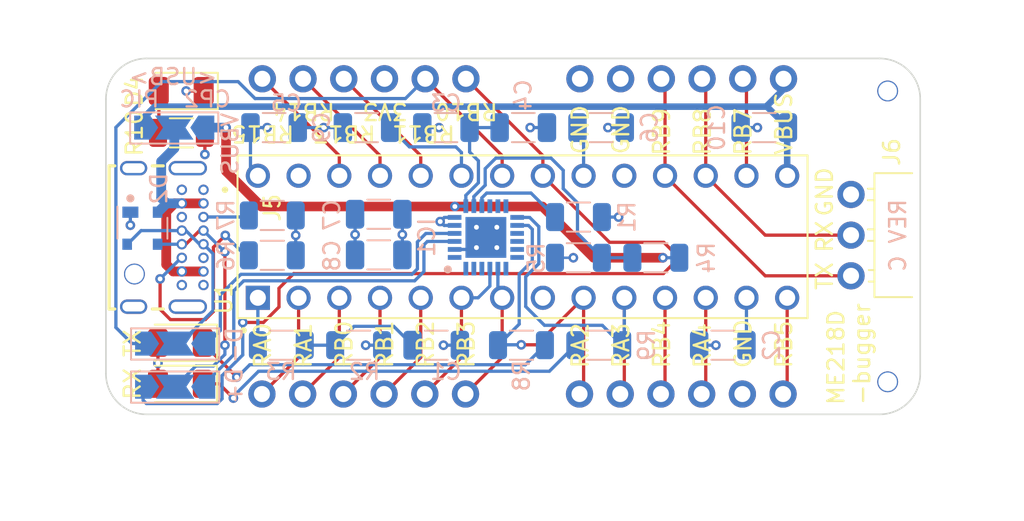
<source format=kicad_pcb>
(kicad_pcb (version 20211014) (generator pcbnew)
  (layers (0 "F.Cu" signal) (1 "In1.Cu" signal) (2 "In2.Cu" signal) (31 "B.Cu" signal) (34 "B.Paste" user) (35 "F.Paste" user) (36 "B.SilkS" user "B.Silkscreen") (37 "F.SilkS" user "F.Silkscreen") (38 "B.Mask" user) (39 "F.Mask" user) (44 "Edge.Cuts" user))
  (net 0 "")
  (net 1 "Net-(C1-Pad1)")
  (net 2 "GNDREF")
  (net 3 "+3V3")
  (net 4 "+5V")
  (net 5 "Net-(C6-Pad1)")
  (net 6 "Net-(D1-Pad1)")
  (net 7 "Net-(D3-Pad1)")
  (net 8 "Net-(D4-Pad2)")
  (net 9 "/PIC32/RA0")
  (net 10 "/PIC32/RA1")
  (net 11 "/PIC32/RB0")
  (net 12 "/PIC32/RB1")
  (net 13 "/PIC32/RB4")
  (net 14 "/PIC32/RA4")
  (net 15 "/PIC32/RB5")
  (net 16 "/PIC32/RB15")
  (net 17 "/PIC32/RB14")
  (net 18 "/PIC32/RB13")
  (net 19 "/RB11{slash}D-_PIC")
  (net 20 "/RB10{slash}D+_PIC")
  (net 21 "/PIC32/RB7")
  (net 22 "/PIC32/RB9{slash}TX_TGT")
  (net 23 "/PIC32/RB8{slash}RX_TGT")
  (net 24 "Net-(IC1-Pad9)")
  (net 25 "/PIC32/~{MCLR}")
  (net 26 "Net-(J5-PadB5)")
  (net 27 "Net-(J5-PadA5)")
  (net 42 "/VBUS_PIC")
  (net 43 "/D+")
  (net 44 "/D-")
  (net 45 "/D+_CP2102N")
  (net 46 "/D-_CP2102N")
  (net 47 "/VREGIN_CP2102N")
  (net 48 "/CP2102N/VBUS")
  (net 49 "/CP2102N/RXD")
  (net 50 "/CP2102N/TXD")
  (net 51 "/RA2{slash}TXT_PIC")
  (net 52 "/RA3{slash}RXT_PIC")
  (footprint "Connector_PinSocket_2.54mm:PinSocket_1x06_P2.54mm_Vertical" (layer "F.Cu") (at 129.1122 104.775 90)
    (fp_text reference "J1" hide)
    (fp_text value "Conn_01x06")
  )
  (footprint "Connector_PinSocket_2.54mm:PinSocket_1x06_P2.54mm_Vertical" (layer "F.Cu") (at 129.1372 85.09 90)
    (fp_text reference "J3" hide)
    (fp_text value "Conn_01x06")
  )
  (footprint "Resistor_SMD:R_1206_3216Metric" (layer "F.Cu") (at 124.0897 88.4682 180)
    (fp_text reference "R10")
    (fp_text value "620")
  )
  (footprint "LED_SMD:LED_1206_3216Metric" (layer "F.Cu") (at 124.0252 101.5746 180)
    (fp_text reference "D1" hide)
    (fp_text value "LED")
  )
  (footprint "Connector_PinSocket_2.54mm:PinSocket_1x03_P2.54mm_Horizontal" (layer "F.Cu") (at 165.862 97.394 180)
    (fp_text reference "J6")
    (fp_text value "Serial_Connector")
  )
  (footprint "Connector_PinSocket_2.54mm:PinSocket_1x06_P2.54mm_Vertical" (layer "F.Cu") (at 148.9492 85.09 90)
    (fp_text reference "J4" hide)
    (fp_text value "Conn_01x06")
  )
  (footprint "Connector_PinSocket_2.54mm:PinSocket_1x06_P2.54mm_Vertical" (layer "F.Cu") (at 148.9242 104.775 90)
    (fp_text reference "J2" hide)
    (fp_text value "Conn_01x06")
  )
  (footprint "footprints:D" (layer "F.Cu") (at 166.497 104.902 90)
    (fp_text reference "REF**" hide)
    (fp_text value "D")
  )
  (footprint "LED_SMD:LED_1206_3216Metric" (layer "F.Cu") (at 124.0252 104.14 180)
    (fp_text reference "D3" hide)
    (fp_text value "LED")
  )
  (footprint "LED_SMD:LED_1206_3216Metric" (layer "F.Cu") (at 124.076 85.852 180)
    (fp_text reference "D4")
    (fp_text value "GREEN LED")
  )
  (footprint "USB4085-GF-A_REVA4:GCT_USB4085-GF-A_REVA4" (layer "F.Cu") (at 121.1994 94.996 -90)
    (fp_text reference "J5")
    (fp_text value "USB4085-GF-A_REVA4")
  )
  (footprint "footprints:OST_ED281DT" (layer "F.Cu") (at 145.3682 94.9545 90)
    (fp_text reference "U1")
    (fp_text value "PIC32MX270F256B-I50")
  )
  (footprint "Resistor_SMD:R_1206_3216Metric" (layer "B.Cu") (at 153.6847 96.266 180)
    (fp_text reference "R4")
    (fp_text value "22K")
  )
  (footprint "CP2102N-A02-GQFN24:QFN50P400X400X80-25N" (layer "B.Cu") (at 143.0822 94.996)
    (fp_text reference "IC1")
    (fp_text value "CP2102N-A02-GQFN24")
  )
  (footprint "Resistor_SMD:R_1206_3216Metric" (layer "B.Cu") (at 148.8587 93.726 180)
    (fp_text reference "R1")
    (fp_text value "1K")
  )
  (footprint "Capacitor_SMD:C_1206_3216Metric" (layer "B.Cu") (at 145.4172 88.138)
    (fp_text reference "C4")
    (fp_text value "0.1uF")
  )
  (footprint "footprints:JLCPCB_Tooling_Hole" (layer "B.Cu") (at 168.148 85.852 180)
    (fp_text reference "H3" hide)
    (fp_text value "ToolingHole")
  )
  (footprint "Resistor_SMD:R_1206_3216Metric" (layer "B.Cu") (at 129.7579 93.6244)
    (fp_text reference "R7")
    (fp_text value "5.1K")
  )
  (footprint "Resistor_SMD:R_1206_3216Metric" (layer "B.Cu") (at 145.3027 101.727 180)
    (fp_text reference "R8")
    (fp_text value "620")
  )
  (footprint "Resistor_SMD:R_1206_3216Metric" (layer "B.Cu") (at 129.7579 96.1136)
    (fp_text reference "R6")
    (fp_text value "5.1K")
  )
  (footprint "Resistor_SMD:R_1206_3216Metric" (layer "B.Cu") (at 135.1427 101.727 180)
    (fp_text reference "R2")
    (fp_text value "10K")
  )
  (footprint "footprints:JLCPCB_Tooling_Hole" (layer "B.Cu") (at 168.148 104.013 180)
    (fp_text reference "H2" hide)
    (fp_text value "ToolingHole")
  )
  (footprint "Package_TO_SOT_SMD:SOT-143" (layer "B.Cu") (at 121.654 94.4212 -90)
    (fp_text reference "D2")
    (fp_text value "SP0503BAHT")
  )
  (footprint "Jumper:SolderJumper-3_P2.0mm_Open_TrianglePad1.0x1.5mm_NumberLabels" (layer "B.Cu") (at 123.698 104.3178)
    (fp_text reference "JP2" hide)
    (fp_text value "SolderJumper_3_Open")
  )
  (footprint "Capacitor_SMD:C_1206_3216Metric" (layer "B.Cu") (at 136.398 96.0882 180)
    (fp_text reference "C8")
    (fp_text value "0.1uF")
  )
  (footprint "Capacitor_SMD:C_1206_3216Metric" (layer "B.Cu") (at 136.398 93.5482 180)
    (fp_text reference "C7")
    (fp_text value "4.7uF")
  )
  (footprint "Resistor_SMD:R_1206_3216Metric" (layer "B.Cu") (at 148.8547 96.266 180)
    (fp_text reference "R5")
    (fp_text value "47K")
  )
  (footprint "Jumper:SolderJumper-3_P2.0mm_Open_TrianglePad1.0x1.5mm_NumberLabels" (layer "B.Cu") (at 123.698 101.6254)
    (fp_text reference "JP3" hide)
    (fp_text value "SolderJumper_3_Open")
  )
  (footprint "Resistor_SMD:R_1206_3216Metric" (layer "B.Cu") (at 150.1247 101.727)
    (fp_text reference "R9")
    (fp_text value "620")
  )
  (footprint "footprints:JLCPCB_Tooling_Hole" (layer "B.Cu") (at 121.158 97.282 180)
    (fp_text reference "H1" hide)
    (fp_text value "ToolingHole")
  )
  (footprint "Capacitor_SMD:C_1206_3216Metric" (layer "B.Cu") (at 157.8632 101.727)
    (fp_text reference "C2")
    (fp_text value "0.1uF")
  )
  (footprint "Capacitor_SMD:C_1206_3216Metric" (layer "B.Cu") (at 135.636 88.138 180)
    (fp_text reference "C9")
    (fp_text value "0.1uF")
  )
  (footprint "Capacitor_SMD:C_1206_3216Metric" (layer "B.Cu") (at 150.2722 88.138)
    (fp_text reference "C6")
    (fp_text value "10uF")
  )
  (footprint "Capacitor_SMD:C_1206_3216Metric" (layer "B.Cu") (at 140.5912 88.138 180)
    (fp_text reference "C3")
    (fp_text value "4.7uF")
  )
  (footprint "Resistor_SMD:R_1206_3216Metric" (layer "B.Cu") (at 130.3207 101.727 180)
    (fp_text reference "R3")
    (fp_text value "1K")
  )
  (footprint "Jumper:SolderJumper-3_P2.0mm_Open_TrianglePad1.0x1.5mm_NumberLabels" (layer "B.Cu") (at 123.641 88.138)
    (fp_text reference "JP1" hide)
    (fp_text value "SolderJumper_3_Open")
  )
  (footprint "Capacitor_SMD:C_1206_3216Metric" (layer "B.Cu") (at 139.9852 101.727)
    (fp_text reference "C1")
    (fp_text value "0.1uF")
  )
  (footprint "Capacitor_SMD:C_1206_3216Metric" (layer "B.Cu") (at 160.45 88.138 180)
    (fp_text reference "C10")
    (fp_text value "4.7uF")
  )
  (footprint "Capacitor_SMD:C_1206_3216Metric" (layer "B.Cu") (at 129.872 88.138)
    (fp_text reference "C5")
    (fp_text value "0.1uF")
  )
  (gr_circle (center 120.904 92.5576) (end 121.0818 92.5576) (layer "B.SilkS") (width 0.15) (fill solid))
  (gr_arc (start 170.18 103.505) (mid 169.436051 105.301051) (end 167.64 106.045) (layer "Edge.Cuts") (width 0.1))
  (gr_arc (start 119.38 86.36) (mid 120.123949 84.563949) (end 121.92 83.82) (layer "Edge.Cuts") (width 0.1))
  (gr_line (start 121.92 83.82) (end 167.64 83.82) (layer "Edge.Cuts") (width 0.1))
  (gr_arc (start 167.64 83.82) (mid 169.436051 84.563949) (end 170.18 86.36) (layer "Edge.Cuts") (width 0.1))
  (gr_line (start 119.38 103.505) (end 119.38 86.36) (layer "Edge.Cuts") (width 0.1))
  (gr_line (start 167.64 106.045) (end 121.92 106.045) (layer "Edge.Cuts") (width 0.1))
  (gr_arc (start 121.92 106.045) (mid 120.123949 105.301051) (end 119.38 103.505) (layer "Edge.Cuts") (width 0.1))
  (gr_line (start 170.18 86.36) (end 170.18 103.505) (layer "Edge.Cuts") (width 0.1))
  (gr_text "D+" (at 127.381 104.267 90) (layer "B.SilkS") (effects (font (size 1 1)) (justify mirror)))
  (gr_text "CP2  PIC" (at 123.698 86.36) (layer "B.SilkS") (effects (font (size 1 1)) (justify mirror)))
  (gr_text "<USB>" (at 123.571 84.963) (layer "B.SilkS") (effects (font (size 1 1)) (justify mirror)))
  (gr_text "D-" (at 127.381 101.727 90) (layer "B.SilkS") (effects (font (size 1 1)) (justify mirror)))
  (gr_text "VBUS" (at 127.127 89.154 90) (layer "B.SilkS") (effects (font (size 1 1)) (justify mirror)))
  (gr_text "REV C" (at 168.783 94.869 90) (layer "B.SilkS") (effects (font (size 1 1)) (justify mirror)))
  (gr_text "RB5" (at 161.671 103.251 90) (layer "F.SilkS") (effects (font (size 1 1)) (justify left)))
  (gr_text "RB13" (at 134.239 88.519 180) (layer "F.SilkS") (effects (font (size 1 1))))
  (gr_text "GND" (at 164.211 92.1512 90) (layer "F.SilkS") (effects (font (size 1 1))))
  (gr_text "GND" (at 159.131 103.251 90) (layer "F.SilkS") (effects (font (size 1 1)) (justify left)))
  (gr_text "RA4" (at 156.591 103.251 90) (layer "F.SilkS") (effects (font (size 1 1)) (justify left)))
  (gr_text "RB0" (at 134.239 103.251 90) (layer "F.SilkS") (effects (font (size 1 1)) (justify left)))
  (gr_text "VBUS" (at 161.671 89.916 90) (layer "F.SilkS") (effects (font (size 1 1)) (justify left)))
  (gr_text "RB14" (at 131.699 87.122 180) (layer "F.SilkS") (effects (font (size 1 1))))
  (gr_text "RB2" (at 139.319 103.251 90) (layer "F.SilkS") (effects (font (size 1 1)) (justify left)))
  (gr_text "TX" (at 164.211 97.409 90) (layer "F.SilkS") (effects (font (size 1 1))))
  (gr_text "RA3" (at 151.511 103.251 90) (layer "F.SilkS") (effects (font (size 1 1)) (justify left)))
  (gr_text "GND" (at 148.971 88.265 90) (layer "F.SilkS") (effects (font (size 1 1))))
  (gr_text "RA2" (at 148.971 103.251 90) (layer "F.SilkS") (effects (font (size 1 1)) (justify left)))
  (gr_text "RX" (at 121.031 104.14 90) (layer "F.SilkS") (effects (font (size 1 1))))
  (gr_text "RB10" (at 141.859 87.122 180) (layer "F.SilkS") (effects (font (size 1 1))))
  (gr_text "ME218D\n-bugger" (at 165.735 105.537 90) (layer "F.SilkS") (effects (font (size 1 1)) (justify left)))
  (gr_text "RB8" (at 156.591 88.392 90) (layer "F.SilkS") (effects (font (size 1 1))))
  (gr_text "GND" (at 151.511 88.265 90) (layer "F.SilkS") (effects (font (size 1 1))))
  (gr_text "RB7" (at 159.131 88.392 90) (layer "F.SilkS") (effects (font (size 1 1))))
  (gr_text "RB3" (at 141.859 103.251 90) (layer "F.SilkS") (effects (font (size 1 1)) (justify left)))
  (gr_text "RA0" (at 129.159 103.251 90) (layer "F.SilkS") (effects (font (size 1 1)) (justify left)))
  (gr_text "RA1" (at 131.699 103.251 90) (layer "F.SilkS") (effects (font (size 1 1)) (justify left)))
  (gr_text "RB11" (at 139.192 88.519 180) (layer "F.SilkS") (effects (font (size 1 1))))
  (gr_text "RX" (at 164.211 94.9452 90) (layer "F.SilkS") (effects (font (size 1 1))))
  (gr_text "RB4" (at 154.051 103.251 90) (layer "F.SilkS") (effects (font (size 1 1)) (justify left)))
  (gr_text "3V3" (at 136.779 87.122 180) (layer "F.SilkS") (effects (font (size 1 1))))
  (gr_text "TX" (at 121.031 101.6 90) (layer "F.SilkS") (effects (font (size 1 1))))
  (gr_text "RB9" (at 154.051 88.392 90) (layer "F.SilkS") (effects (font (size 1 1))))
  (gr_text "RB15" (at 129.159 88.519 180) (layer "F.SilkS") (effects (font (size 1 1))))
  (gr_text "RB1" (at 136.779 103.251 90) (layer "F.SilkS") (effects (font (size 1 1)) (justify left)))
  (segment (start 137.3304 100.5472) (end 138.5102 101.727) (width 0.2032) (layer "B.Cu") (net 1))
  (segment (start 134.86 100.5472) (end 137.3304 100.5472) (width 0.2032) (layer "B.Cu") (net 1))
  (segment (start 131.7832 101.727) (end 133.6802 101.727) (width 0.2032) (layer "B.Cu") (net 1))
  (segment (start 133.6802 101.727) (end 134.86 100.5472) (width 0.2032) (layer "B.Cu") (net 1))
  (segment (start 125.476 85.852) (end 124.3838 85.852) (width 0.2032) (layer "F.Cu") (net 2))
  (via (at 132.969 88.138) (size 0.6) (drill 0.3) (layers "F.Cu" "B.Cu") (net 2))
  (via (at 143.764 95.631) (size 0.6) (drill 0.3) (layers "F.Cu" "B.Cu") (net 2))
  (via (at 142.494 94.361) (size 0.6) (drill 0.3) (layers "F.Cu" "B.Cu") (net 2))
  (via (at 131.2204 94.865) (size 0.6) (drill 0.3) (layers "F.Cu" "B.Cu") (net 2))
  (via (at 143.764 94.361) (size 0.6) (drill 0.3) (layers "F.Cu" "B.Cu") (net 2))
  (via (at 150.6982 88.138) (size 0.6) (drill 0.3) (layers "F.Cu" "B.Cu") (net 2))
  (via (at 134.923 94.82) (size 0.6) (drill 0.3) (layers "F.Cu" "B.Cu") (net 2))
  (via (at 142.494 95.631) (size 0.6) (drill 0.3) (layers "F.Cu" "B.Cu") (net 2))
  (via (at 140.1572 88.138) (size 0.6) (drill 0.3) (layers "F.Cu" "B.Cu") (net 2))
  (via (at 157.4292 101.727) (size 0.6) (drill 0.3) (layers "F.Cu" "B.Cu") (net 2))
  (via (at 145.8468 88.138) (size 0.6) (drill 0.3) (layers "F.Cu" "B.Cu") (net 2))
  (via (at 148.5392 96.266) (size 0.6) (drill 0.3) (layers "F.Cu" "B.Cu") (net 2))
  (via (at 124.3838 85.852) (size 0.6) (drill 0.3) (layers "F.Cu" "B.Cu") (net 2))
  (via (at 140.4366 101.727) (size 0.6) (drill 0.3) (layers "F.Cu" "B.Cu") (net 2))
  (via (at 160.02 88.138) (size 0.6) (drill 0.3) (layers "F.Cu" "B.Cu") (net 2))
  (via (at 120.904 94.234) (size 0.6) (drill 0.3) (layers "F.Cu" "B.Cu") (net 2))
  (segment (start 131.2204 96.1136) (end 131.2204 94.865) (width 0.2032) (layer "B.Cu") (net 2))
  (segment (start 160.02 88.138) (end 158.975 88.138) (width 0.2032) (layer "B.Cu") (net 2))
  (segment (start 134.923 93.5482) (end 134.923 94.82) (width 0.2032) (layer "B.Cu") (net 2))
  (segment (start 140.4366 101.727) (end 141.4602 101.727) (width 0.2032) (layer "B.Cu") (net 2))
  (segment (start 132.969 88.138) (end 131.347 88.138) (width 0.2032) (layer "B.Cu") (net 2))
  (segment (start 147.3922 96.266) (end 148.5392 96.266) (width 0.1524) (layer "B.Cu") (net 2))
  (segment (start 140.1572 88.138) (end 139.1162 88.138) (width 0.2032) (layer "B.Cu") (net 2))
  (segment (start 146.8922 88.138) (end 145.8468 88.138) (width 0.2032) (layer "B.Cu") (net 2))
  (segment (start 120.904 93.4212) (end 120.904 94.234) (width 0.2032) (layer "B.Cu") (net 2))
  (segment (start 134.161 88.138) (end 132.969 88.138) (width 0.2032) (layer "B.Cu") (net 2))
  (segment (start 142.3322 95.746) (end 143.0822 94.996) (width 0.2032) (layer "B.Cu") (net 2))
  (segment (start 131.2204 94.865) (end 131.2204 93.6244) (width 0.2032) (layer "B.Cu") (net 2))
  (segment (start 134.923 94.82) (end 134.923 96.0882) (width 0.2032) (layer "B.Cu") (net 2))
  (segment (start 141.1322 95.746) (end 142.3322 95.746) (width 0.2032) (layer "B.Cu") (net 2))
  (segment (start 156.3882 101.727) (end 157.4292 101.727) (width 0.2032) (layer "B.Cu") (net 2))
  (segment (start 150.6982 88.138) (end 151.7472 88.138) (width 0.2032) (layer "B.Cu") (net 2))
  (segment (start 125.5522 88.4682) (end 125.5522 89.8144) (width 0.2032) (layer "F.Cu") (net 3))
  (segment (start 122.6252 102.8506) (end 122.6252 101.5746) (width 0.2032) (layer "F.Cu") (net 3))
  (segment (start 122.6252 104.14) (end 122.6252 102.8506) (width 0.2032) (layer "F.Cu") (net 3))
  (via (at 140.2334 94.0054) (size 0.6) (drill 0.3) (layers "F.Cu" "B.Cu") (net 3))
  (via (at 151.3586 93.726) (size 0.6) (drill 0.3) (layers "F.Cu" "B.Cu") (net 3))
  (via (at 125.5522 89.8144) (size 0.6) (drill 0.3) (layers "F.Cu" "B.Cu") (net 3))
  (via (at 122.6252 102.8506) (size 0.6) (drill 0.3) (layers "F.Cu" "B.Cu") (net 3))
  (via (at 129.4384 88.138) (size 0.6) (drill 0.3) (layers "F.Cu" "B.Cu") (net 3))
  (via (at 137.8712 94.8182) (size 0.6) (drill 0.3) (layers "F.Cu" "B.Cu") (net 3))
  (via (at 135.5852 101.727) (size 0.6) (drill 0.3) (layers "F.Cu" "B.Cu") (net 3))
  (segment (start 141.2096 89.3428) (end 138.3158 89.3428) (width 0.2032) (layer "B.Cu") (net 3))
  (segment (start 141.1322 94.246) (end 140.474 94.246) (width 0.2032) (layer "B.Cu") (net 3))
  (segment (start 159.3382 98.7645) (end 159.3382 101.727) (width 0.2032) (layer "B.Cu") (net 3))
  (segment (start 128.397 88.138) (end 129.4384 88.138) (width 0.2032) (layer "B.Cu") (net 3))
  (segment (start 141.5582 91.1445) (end 141.5582 89.6914) (width 0.2032) (layer "B.Cu") (net 3))
  (segment (start 140.474 94.246) (end 140.2334 94.0054) (width 0.2032) (layer "B.Cu") (net 3))
  (segment (start 151.3586 93.726) (end 150.3212 93.726) (width 0.2032) (layer "B.Cu") (net 3))
  (segment (start 140.4928 93.746) (end 140.2334 94.0054) (width 0.2032) (layer "B.Cu") (net 3))
  (segment (start 128.397 90.6833) (end 128.8582 91.1445) (width 0.2032) (layer "B.Cu") (net 3))
  (segment (start 128.397 88.138) (end 128.397 90.6833) (width 0.2032) (layer "B.Cu") (net 3))
  (segment (start 141.5582 89.6914) (end 141.2096 89.3428) (width 0.2032) (layer "B.Cu") (net 3))
  (segment (start 135.5852 101.727) (end 136.6052 101.727) (width 0.2032) (layer "B.Cu") (net 3))
  (segment (start 141.1322 93.746) (end 140.4928 93.746) (width 0.2032) (layer "B.Cu") (net 3))
  (segment (start 138.3158 89.3428) (end 137.111 88.138) (width 0.2032) (layer "B.Cu") (net 3))
  (segment (start 137.873 96.0882) (end 137.873 93.5482) (width 0.2032) (layer "B.Cu") (net 3))
  (segment (start 125.4712 97.121) (end 123.576001 97.121) (width 0.6096) (layer "F.Cu") (net 4))
  (segment (start 123.576001 97.121) (end 123.141705 96.686704) (width 0.6096) (layer "F.Cu") (net 4))
  (segment (start 123.141705 96.686704) (end 123.141705 93.390876) (width 0.6096) (layer "F.Cu") (net 4))
  (segment (start 123.661581 92.871) (end 125.4654 92.871) (width 0.6096) (layer "F.Cu") (net 4))
  (segment (start 123.141705 93.390876) (end 123.661581 92.871) (width 0.6096) (layer "F.Cu") (net 4))
  (segment (start 123.6472 89.4334) (end 123.6472 88.1442) (width 0.6096) (layer "B.Cu") (net 4))
  (segment (start 122.8282 92.5264) (end 122.8282 90.2524) (width 0.6096) (layer "B.Cu") (net 4))
  (segment (start 124.1212 92.871) (end 123.1728 92.871) (width 0.6096) (layer "B.Cu") (net 4))
  (segment (start 123.1728 92.871) (end 122.616 93.4278) (width 0.6096) (layer "B.Cu") (net 4))
  (segment (start 123.1728 92.871) (end 122.8282 92.5264) (width 0.6096) (layer "B.Cu") (net 4))
  (segment (start 123.6472 88.1442) (end 123.641 88.138) (width 0.6096) (layer "B.Cu") (net 4))
  (segment (start 122.8282 90.2524) (end 123.6472 89.4334) (width 0.6096) (layer "B.Cu") (net 4))
  (segment (start 149.1782 88.519) (end 148.7972 88.138) (width 0.2032) (layer "B.Cu") (net 5))
  (segment (start 149.1782 91.1445) (end 149.1782 88.519) (width 0.2032) (layer "B.Cu") (net 5))
  (segment (start 127.541617 103.712417) (end 125.4292 101.6) (width 0.2032) (layer "F.Cu") (net 6))
  (segment (start 127.541617 103.716417) (end 127.541617 103.712417) (width 0.2032) (layer "F.Cu") (net 6))
  (via (at 127.541617 103.716417) (size 0.6) (drill 0.3) (layers "F.Cu" "B.Cu") (net 6))
  (segment (start 128.355294 102.9462) (end 145.55 102.9462) (width 0.2032) (layer "B.Cu") (net 6))
  (segment (start 127.585077 103.716417) (end 128.355294 102.9462) (width 0.2032) (layer "B.Cu") (net 6))
  (segment (start 145.55 102.9462) (end 146.7692 101.727) (width 0.2032) (layer "B.Cu") (net 6))
  (segment (start 127.541617 103.716417) (end 127.585077 103.716417) (width 0.2032) (layer "B.Cu") (net 6))
  (segment (start 126.4407 104.14) (end 125.4292 104.14) (width 0.2032) (layer "F.Cu") (net 7))
  (segment (start 127.3297 105.029) (end 126.4407 104.14) (width 0.2032) (layer "F.Cu") (net 7))
  (via (at 127.3297 105.029) (size 0.6) (drill 0.3) (layers "F.Cu" "B.Cu") (net 7))
  (segment (start 127.3297 104.924366) (end 128.901466 103.3526) (width 0.2032) (layer "B.Cu") (net 7))
  (segment (start 127.3297 105.029) (end 127.3297 104.924366) (width 0.2032) (layer "B.Cu") (net 7))
  (segment (start 128.901466 103.3526) (end 147.0446 103.3526) (width 0.2032) (layer "B.Cu") (net 7))
  (segment (start 147.0446 103.3526) (end 148.6702 101.727) (width 0.2032) (layer "B.Cu") (net 7))
  (segment (start 122.682 88.4174) (end 122.6312 88.4682) (width 0.2032) (layer "F.Cu") (net 8))
  (segment (start 122.682 85.8266) (end 122.682 88.4174) (width 0.2032) (layer "F.Cu") (net 8))
  (segment (start 131.3982 98.7645) (end 131.3982 102.489) (width 0.2032) (layer "F.Cu") (net 9))
  (segment (start 131.3982 102.489) (end 129.1122 104.775) (width 0.2032) (layer "F.Cu") (net 9))
  (segment (start 133.9382 102.489) (end 131.6522 104.775) (width 0.2032) (layer "F.Cu") (net 10))
  (segment (start 133.9382 98.7645) (end 133.9382 102.489) (width 0.2032) (layer "F.Cu") (net 10))
  (segment (start 136.4782 98.7645) (end 136.4782 102.489) (width 0.2032) (layer "F.Cu") (net 11))
  (segment (start 136.4782 102.489) (end 134.1922 104.775) (width 0.2032) (layer "F.Cu") (net 11))
  (segment (start 139.0182 102.489) (end 136.7322 104.775) (width 0.2032) (layer "F.Cu") (net 12))
  (segment (start 139.0182 98.7645) (end 139.0182 102.489) (width 0.2032) (layer "F.Cu") (net 12))
  (segment (start 154.2582 104.521) (end 154.0042 104.775) (width 0.2032) (layer "F.Cu") (net 13))
  (segment (start 154.2582 98.7645) (end 154.2582 104.521) (width 0.2032) (layer "F.Cu") (net 13))
  (segment (start 156.7982 98.7645) (end 156.7982 104.521) (width 0.2032) (layer "F.Cu") (net 14))
  (segment (start 156.7982 104.521) (end 156.5442 104.775) (width 0.2032) (layer "F.Cu") (net 14))
  (segment (start 161.8782 98.7645) (end 161.8782 104.521) (width 0.2032) (layer "F.Cu") (net 15))
  (segment (start 161.8782 104.521) (end 161.6242 104.775) (width 0.2032) (layer "F.Cu") (net 15))
  (segment (start 133.9382 89.891) (end 129.1372 85.09) (width 0.2032) (layer "F.Cu") (net 16))
  (segment (start 133.9382 91.1445) (end 133.9382 89.891) (width 0.2032) (layer "F.Cu") (net 16))
  (segment (start 136.4782 89.891) (end 131.6772 85.09) (width 0.2032) (layer "F.Cu") (net 17))
  (segment (start 136.4782 91.1445) (end 136.4782 89.891) (width 0.2032) (layer "F.Cu") (net 17))
  (segment (start 139.0182 89.891) (end 134.2172 85.09) (width 0.2032) (layer "F.Cu") (net 18))
  (segment (start 139.0182 91.1445) (end 139.0182 89.891) (width 0.2032) (layer "F.Cu") (net 18))
  (segment (start 144.0982 91.1445) (end 144.0982 89.891) (width 0.2032) (layer "F.Cu") (net 19))
  (segment (start 144.0982 89.891) (end 139.2972 85.09) (width 0.2032) (layer "F.Cu") (net 19))
  (segment (start 121.698 101.6254) (end 121.0056 101.6254) (width 0.2032) (layer "B.Cu") (net 19))
  (segment (start 121.0056 101.6254) (end 120.0014 100.6212) (width 0.2032) (layer "B.Cu") (net 19))
  (segment (start 128.682399 86.3236) (end 138.0636 86.3236) (width 0.2032) (layer "B.Cu") (net 19))
  (segment (start 127.626599 85.2678) (end 128.682399 86.3236) (width 0.2032) (layer "B.Cu") (net 19))
  (segment (start 122.857674 85.2678) (end 127.626599 85.2678) (width 0.2032) (layer "B.Cu") (net 19))
  (segment (start 138.0636 86.3236) (end 139.2972 85.09) (width 0.2032) (layer "B.Cu") (net 19))
  (segment (start 120.0014 100.6212) (end 120.0014 88.124074) (width 0.2032) (layer "B.Cu") (net 19))
  (segment (start 120.0014 88.124074) (end 122.857674 85.2678) (width 0.2032) (layer "B.Cu") (net 19))
  (segment (start 131.0894 97.2566) (end 154.1526 97.2566) (width 0.2032) (layer "F.Cu") (net 20))
  (segment (start 130.175 98.171) (end 131.0894 97.2566) (width 0.2032) (layer "F.Cu") (net 20))
  (segment (start 146.6382 89.891) (end 141.8372 85.09) (width 0.2032) (layer "F.Cu") (net 20))
  (segment (start 154.7368 96.6724) (end 154.7368 95.8596) (width 0.2032) (layer "F.Cu") (net 20))
  (segment (start 154.178 95.3008) (end 150.7945 95.3008) (width 0.2032) (layer "F.Cu") (net 20))
  (segment (start 146.6382 91.1445) (end 146.6382 89.891) (width 0.2032) (layer "F.Cu") (net 20))
  (segment (start 129.2098 100.3046) (end 130.175 99.3394) (width 0.2032) (layer "F.Cu") (net 20))
  (segment (start 130.175 99.3394) (end 130.175 98.171) (width 0.2032) (layer "F.Cu") (net 20))
  (segment (start 154.1526 97.2566) (end 154.7368 96.6724) (width 0.2032) (layer "F.Cu") (net 20))
  (segment (start 154.7368 95.8596) (end 154.178 95.3008) (width 0.2032) (layer "F.Cu") (net 20))
  (segment (start 150.7945 95.3008) (end 146.6382 91.1445) (width 0.2032) (layer "F.Cu") (net 20))
  (segment (start 127.9144 100.3046) (end 129.2098 100.3046) (width 0.2032) (layer "F.Cu") (net 20))
  (via (at 127.9144 100.3046) (size 0.6) (drill 0.3) (layers "F.Cu" "B.Cu") (net 20))
  (segment (start 126.6254 103.6256) (end 126.6254 105.071452) (width 0.2032) (layer "B.Cu") (net 20))
  (segment (start 127.9144 102.3366) (end 126.6254 103.6256) (width 0.2032) (layer "B.Cu") (net 20))
  (segment (start 126.324252 105.3726) (end 121.908 105.3726) (width 0.2032) (layer "B.Cu") (net 20))
  (segment (start 127.9144 100.3046) (end 127.9144 102.3366) (width 0.2032) (layer "B.Cu") (net 20))
  (segment (start 121.698 105.1626) (end 121.698 104.3178) (width 0.2032) (layer "B.Cu") (net 20))
  (segment (start 126.6254 105.071452) (end 126.324252 105.3726) (width 0.2032) (layer "B.Cu") (net 20))
  (segment (start 121.908 105.3726) (end 121.698 105.1626) (width 0.2032) (layer "B.Cu") (net 20))
  (segment (start 159.3382 85.319) (end 159.1092 85.09) (width 0.2032) (layer "F.Cu") (net 21))
  (segment (start 159.3382 91.1445) (end 159.3382 85.319) (width 0.2032) (layer "F.Cu") (net 21))
  (segment (start 154.2582 85.319) (end 154.0292 85.09) (width 0.2032) (layer "F.Cu") (net 22))
  (segment (start 160.5077 97.394) (end 154.2582 91.1445) (width 0.2032) (layer "F.Cu") (net 22))
  (segment (start 165.735 97.394) (end 160.5077 97.394) (width 0.2032) (layer "F.Cu") (net 22))
  (segment (start 154.2582 91.1445) (end 154.2582 85.319) (width 0.2032) (layer "F.Cu") (net 22))
  (segment (start 156.7982 91.1445) (end 156.7982 85.319) (width 0.2032) (layer "F.Cu") (net 23))
  (segment (start 156.7982 91.1445) (end 160.5077 94.854) (width 0.2032) (layer "F.Cu") (net 23))
  (segment (start 160.5077 94.854) (end 165.862 94.854) (width 0.2032) (layer "F.Cu") (net 23))
  (segment (start 156.7982 85.319) (end 156.5692 85.09) (width 0.2032) (layer "F.Cu") (net 23))
  (segment (start 143.133 92.2274) (end 145.8976 92.2274) (width 0.2032) (layer "B.Cu") (net 24))
  (segment (start 145.8976 92.2274) (end 147.3962 93.726) (width 0.2032) (layer "B.Cu") (net 24))
  (segment (start 142.8322 92.5282) (end 143.133 92.2274) (width 0.2032) (layer "B.Cu") (net 24))
  (segment (start 142.8322 93.046) (end 142.8322 92.5282) (width 0.2032) (layer "B.Cu") (net 24))
  (segment (start 128.8582 98.7645) (end 128.8582 101.727) (width 0.2032) (layer "B.Cu") (net 25))
  (segment (start 126.0856 95.6096) (end 126.8262 94.869) (width 0.2032) (layer "F.Cu") (net 26))
  (segment (start 126.0856 99.62228) (end 126.0856 95.6096) (width 0.2032) (layer "F.Cu") (net 26))
  (segment (start 122.7583 97.5867) (end 122.7583 99.48378) (width 0.2032) (layer "F.Cu") (net 26))
  (segment (start 123.40352 100.129) (end 125.57888 100.129) (width 0.2032) (layer "F.Cu") (net 26))
  (segment (start 125.57888 100.129) (end 126.0856 99.62228) (width 0.2032) (layer "F.Cu") (net 26))
  (segment (start 122.7583 99.48378) (end 123.40352 100.129) (width 0.2032) (layer "F.Cu") (net 26))
  (via (at 122.7583 97.5867) (size 0.6) (drill 0.3) (layers "F.Cu" "B.Cu") (net 26))
  (via (at 126.8262 94.869) (size 0.6) (drill 0.3) (layers "F.Cu" "B.Cu") (net 26))
  (segment (start 128.0708 96.1136) (end 128.2994 96.1136) (width 0.2032) (layer "B.Cu") (net 26))
  (segment (start 124.1212 96.271) (end 124.074 96.271) (width 0.2032) (layer "B.Cu") (net 26))
  (segment (start 124.074 96.271) (end 122.7583 97.5867) (width 0.2032) (layer "B.Cu") (net 26))
  (segment (start 126.8262 94.869) (end 128.0708 96.1136) (width 0.2032) (layer "B.Cu") (net 26))
  (segment (start 128.196 93.721) (end 128.2994 93.6176) (width 0.2032) (layer "B.Cu") (net 27))
  (segment (start 125.4712 93.721) (end 128.196 93.721) (width 0.2032) (layer "B.Cu") (net 27))
  (segment (start 160.6186 86.8316) (end 122.422664 86.8316) (width 0.4064) (layer "B.Cu") (net 42))
  (segment (start 161.925 88.138) (end 161.8782 88.1848) (width 0.2032) (layer "B.Cu") (net 42))
  (segment (start 161.671 85.725) (end 161.671 85.1118) (width 0.4064) (layer "B.Cu") (net 42))
  (segment (start 122.422664 86.8316) (end 121.641 87.613264) (width 0.4064) (layer "B.Cu") (net 42))
  (segment (start 161.671 85.1118) (end 161.6492 85.09) (width 0.4064) (layer "B.Cu") (net 42))
  (segment (start 121.641 87.613264) (end 121.641 88.138) (width 0.4064) (layer "B.Cu") (net 42))
  (segment (start 161.8782 88.1848) (end 161.8782 91.1445) (width 0.4064) (layer "B.Cu") (net 42))
  (segment (start 161.925 88.138) (end 160.6186 86.8316) (width 0.4064) (layer "B.Cu") (net 42))
  (segment (start 160.6186 86.8316) (end 160.6186 86.7774) (width 0.4064) (layer "B.Cu") (net 42))
  (segment (start 160.6186 86.7774) (end 161.671 85.725) (width 0.4064) (layer "B.Cu") (net 42))
  (segment (start 124.3692 95.421) (end 124.1212 95.421) (width 0.2032) (layer "F.Cu") (net 43))
  (segment (start 126.8007 101.726934) (end 126.8007 95.890532) (width 0.2) (layer "F.Cu") (net 43))
  (segment (start 125.2192 94.571) (end 124.3692 95.421) (width 0.2032) (layer "F.Cu") (net 43))
  (segment (start 125.4712 94.571) (end 125.2192 94.571) (width 0.2032) (layer "F.Cu") (net 43))
  (segment (start 126.8007 95.890532) (end 126.802585 95.888647) (width 0.2) (layer "F.Cu") (net 43))
  (via (at 126.8007 101.726934) (size 0.6) (drill 0.3) (layers "F.Cu" "B.Cu") (net 43))
  (via (at 126.802585 95.888647) (size 0.6) (drill 0.3) (layers "F.Cu" "B.Cu") (net 43))
  (segment (start 124.9934 103.0224) (end 123.698 104.3178) (width 0.2) (layer "B.Cu") (net 43))
  (segment (start 126.783047 95.888647) (end 125.4654 94.571) (width 0.2) (layer "B.Cu") (net 43))
  (segment (start 124.1212 95.421) (end 122.6228 95.421) (width 0.2032) (layer "B.Cu") (net 43))
  (segment (start 126.8007 102.30309) (end 126.08139 103.0224) (width 0.2) (layer "B.Cu") (net 43))
  (segment (start 126.802585 95.888647) (end 126.783047 95.888647) (width 0.2) (layer "B.Cu") (net 43))
  (segment (start 126.8007 101.726934) (end 126.8007 102.30309) (width 0.2) (layer "B.Cu") (net 43))
  (segment (start 126.08139 103.0224) (end 124.9934 103.0224) (width 0.2) (layer "B.Cu") (net 43))
  (segment (start 122.6228 95.421) (end 122.616 95.4278) (width 0.2032) (layer "B.Cu") (net 43))
  (segment (start 124.3692 94.571) (end 124.1212 94.571) (width 0.2032) (layer "B.Cu") (net 44))
  (segment (start 123.698 101.6254) (end 124.0028 101.6254) (width 0.2032) (layer "B.Cu") (net 44))
  (segment (start 124.1212 94.571) (end 121.5728 94.571) (width 0.2032) (layer "B.Cu") (net 44))
  (segment (start 126.0602 99.568) (end 126.0602 96.0158) (width 0.2032) (layer "B.Cu") (net 44))
  (segment (start 124.0028 101.6254) (end 126.0602 99.568) (width 0.2032) (layer "B.Cu") (net 44))
  (segment (start 126.0602 96.0158) (end 125.4654 95.421) (width 0.2) (layer "B.Cu") (net 44))
  (segment (start 125.4712 95.421) (end 125.2192 95.421) (width 0.2032) (layer "B.Cu") (net 44))
  (segment (start 125.2192 95.421) (end 124.3692 94.571) (width 0.2032) (layer "B.Cu") (net 44))
  (segment (start 121.5728 94.571) (end 120.716 95.4278) (width 0.2032) (layer "B.Cu") (net 44))
  (segment (start 125.698 103.978264) (end 125.698 104.3178) (width 0.2032) (layer "B.Cu") (net 45))
  (segment (start 127.3547 102.321564) (end 125.698 103.978264) (width 0.2032) (layer "B.Cu") (net 45))
  (segment (start 141.1322 95.246) (end 139.4332 95.246) (width 0.2032) (layer "B.Cu") (net 45))
  (segment (start 127.9733 97.7057) (end 127.3547 98.3243) (width 0.2032) (layer "B.Cu") (net 45))
  (segment (start 139.4332 95.246) (end 139.2174 95.4618) (width 0.2032) (layer "B.Cu") (net 45))
  (segment (start 139.2174 97.12827) (end 138.63997 97.7057) (width 0.2032) (layer "B.Cu") (net 45))
  (segment (start 139.2174 95.4618) (end 139.2174 97.12827) (width 0.2032) (layer "B.Cu") (net 45))
  (segment (start 127.3547 98.3243) (end 127.3547 102.321564) (width 0.2032) (layer "B.Cu") (net 45))
  (segment (start 138.63997 97.7057) (end 127.9733 97.7057) (width 0.2032) (layer "B.Cu") (net 45))
  (segment (start 127.7955 97.2993) (end 126.5158 98.579) (width 0.2032) (layer "B.Cu") (net 46))
  (segment (start 126.5158 100.8076) (end 126.5158 98.579) (width 0.2032) (layer "B.Cu") (net 46))
  (segment (start 138.471634 97.2993) (end 127.7955 97.2993) (width 0.2032) (layer "B.Cu") (net 46))
  (segment (start 139.3404 94.746) (end 141.1322 94.746) (width 0.2032) (layer "B.Cu") (net 46))
  (segment (start 138.471634 97.2993) (end 138.811 96.959934) (width 0.2032) (layer "B.Cu") (net 46))
  (segment (start 138.811 95.2754) (end 139.3404 94.746) (width 0.2032) (layer "B.Cu") (net 46))
  (segment (start 138.811 96.959934) (end 138.811 95.2754) (width 0.2032) (layer "B.Cu") (net 46))
  (segment (start 125.698 101.6254) (end 126.5158 100.8076) (width 0.2032) (layer "B.Cu") (net 46))
  (segment (start 149.8092 96.266) (end 146.6088 93.0656) (width 0.6) (layer "F.Cu") (net 47))
  (segment (start 146.6088 93.0656) (end 141.1478 93.0656) (width 0.6) (layer "F.Cu") (net 47))
  (segment (start 141.1478 93.0656) (end 129.073192 93.0656) (width 0.6) (layer "F.Cu") (net 47))
  (segment (start 129.073192 93.0656) (end 126.873 90.865408) (width 0.6) (layer "F.Cu") (net 47))
  (segment (start 126.873 90.865408) (end 126.873 88.138) (width 0.6) (layer "F.Cu") (net 47))
  (segment (start 154.1272 96.266) (end 149.8092 96.266) (width 0.6) (layer "F.Cu") (net 47))
  (via (at 154.1272 96.266) (size 0.6) (drill 0.3) (layers "F.Cu" "B.Cu") (net 47))
  (via (at 126.873 88.138) (size 0.6) (drill 0.3) (layers "F.Cu" "B.Cu") (net 47))
  (via (at 141.1478 93.0656) (size 0.6) (drill 0.3) (layers "F.Cu" "B.Cu") (net 47))
  (segment (start 141.1674 93.046) (end 141.1478 93.0656) (width 0.2032) (layer "B.Cu") (net 47))
  (segment (start 141.8322 92.36787) (end 142.617 91.58307) (width 0.2032) (layer "B.Cu") (net 47))
  (segment (start 142.0662 89.662) (end 142.0662 88.138) (width 0.2032) (layer "B.Cu") (net 47))
  (segment (start 142.0662 88.138) (end 143.9422 88.138) (width 0.2032) (layer "B.Cu") (net 47))
  (segment (start 142.617 90.2128) (end 142.0662 89.662) (width 0.2032) (layer "B.Cu") (net 47))
  (segment (start 154.1272 96.266) (end 155.1472 96.266) (width 0.2032) (layer "B.Cu") (net 47))
  (segment (start 125.641 88.138) (end 126.873 88.138) (width 0.6) (layer "B.Cu") (net 47))
  (segment (start 142.617 91.58307) (end 142.617 90.2128) (width 0.2032) (layer "B.Cu") (net 47))
  (segment (start 141.8322 93.046) (end 141.1674 93.046) (width 0.2032) (layer "B.Cu") (net 47))
  (segment (start 141.8322 93.046) (end 141.8322 92.36787) (width 0.2032) (layer "B.Cu") (net 47))
  (segment (start 143.0394 90.70593) (end 143.70233 90.043) (width 0.2032) (layer "B.Cu") (net 48))
  (segment (start 147.1462 90.043) (end 147.9082 90.805) (width 0.2032) (layer "B.Cu") (net 48))
  (segment (start 147.9082 90.805) (end 147.9082 91.948) (width 0.2032) (layer "B.Cu") (net 48))
  (segment (start 147.9082 91.948) (end 148.7972 92.837) (width 0.2032) (layer "B.Cu") (net 48))
  (segment (start 152.3492 96.266) (end 150.4442 96.266) (width 0.2032) (layer "B.Cu") (net 48))
  (segment (start 142.3322 93.046) (end 142.3322 92.442606) (width 0.2032) (layer "B.Cu") (net 48))
  (segment (start 148.7972 92.837) (end 148.7972 94.746) (width 0.2032) (layer "B.Cu") (net 48))
  (segment (start 142.3322 92.442606) (end 143.0394 91.735406) (width 0.2032) (layer "B.Cu") (net 48))
  (segment (start 143.70233 90.043) (end 147.1462 90.043) (width 0.2032) (layer "B.Cu") (net 48))
  (segment (start 148.7972 94.746) (end 150.3172 96.266) (width 0.2032) (layer "B.Cu") (net 48))
  (segment (start 143.0394 91.735406) (end 143.0394 90.70593) (width 0.2032) (layer "B.Cu") (net 48))
  (segment (start 144.0982 98.7645) (end 144.0982 102.489) (width 0.2032) (layer "F.Cu") (net 49))
  (segment (start 144.0982 102.489) (end 141.8122 104.775) (width 0.2032) (layer "F.Cu") (net 49))
  (segment (start 143.8322 96.946) (end 143.8322 98.4985) (width 0.2032) (layer "B.Cu") (net 49))
  (segment (start 143.8322 98.4985) (end 144.0982 98.7645) (width 0.2032) (layer "B.Cu") (net 49))
  (segment (start 141.5582 98.7645) (end 141.5582 102.489) (width 0.2032) (layer "F.Cu") (net 50))
  (segment (start 141.5582 102.489) (end 139.2722 104.775) (width 0.2032) (layer "F.Cu") (net 50))
  (segment (start 143.3322 98.03313) (end 142.60083 98.7645) (width 0.2032) (layer "B.Cu") (net 50))
  (segment (start 143.3322 96.946) (end 143.3322 98.03313) (width 0.2032) (layer "B.Cu") (net 50))
  (segment (start 142.60083 98.7645) (end 141.5582 98.7645) (width 0.2032) (layer "B.Cu") (net 50))
  (segment (start 145.288 101.7016) (end 146.2411 101.7016) (width 0.2032) (layer "F.Cu") (net 51))
  (segment (start 146.2411 101.7016) (end 149.1782 98.7645) (width 0.2032) (layer "F.Cu") (net 51))
  (segment (start 149.1782 104.521) (end 148.9242 104.775) (width 0.2032) (layer "F.Cu") (net 51))
  (segment (start 149.1782 98.7645) (end 149.1782 104.521) (width 0.2032) (layer "F.Cu") (net 51))
  (via (at 145.288 101.7016) (size 0.6) (drill 0.3) (layers "F.Cu" "B.Cu") (net 51))
  (segment (start 145.161 100.4102) (end 143.8442 101.727) (width 0.2032) (layer "B.Cu") (net 51))
  (segment (start 143.8656 101.7016) (end 143.8402 101.727) (width 0.2032) (layer "B.Cu") (net 51))
  (segment (start 145.0322 94.246) (end 145.7358 94.246) (width 0.2032) (layer "B.Cu") (net 51))
  (segment (start 145.161 97.282) (end 145.161 100.4102) (width 0.2032) (layer "B.Cu") (net 51))
  (segment (start 145.7358 94.246) (end 145.9778 94.488) (width 0.2032) (layer "B.Cu") (net 51))
  (segment (start 145.9778 94.488) (end 145.9778 96.4652) (width 0.2032) (layer "B.Cu") (net 51))
  (segment (start 145.288 101.7016) (end 143.8656 101.7016) (width 0.2032) (layer "B.Cu") (net 51))
  (segment (start 145.9778 96.4652) (end 145.161 97.282) (width 0.2032) (layer "B.Cu") (net 51))
  (segment (start 151.7182 98.7645) (end 151.7182 104.521) (width 0.2032) (layer "F.Cu") (net 52))
  (segment (start 151.7182 104.521) (end 151.4642 104.775) (width 0.2032) (layer "F.Cu") (net 52))
  (segment (start 145.810536 93.746) (end 145.0322 93.746) (width 0.2032) (layer "B.Cu") (net 52))
  (segment (start 151.7182 98.7645) (end 151.7182 101.596) (width 0.2032) (layer "B.Cu") (net 52))
  (segment (start 146.3842 94.319664) (end 145.810536 93.746) (width 0.2032) (layer "B.Cu") (net 52))
  (segment (start 150.3426 100.4824) (end 151.5872 101.727) (width 0.2032) (layer "B.Cu") (net 52))
  (segment (start 146.7358 100.4824) (end 145.5674 99.314) (width 0.2032) (layer "B.Cu") (net 52))
  (segment (start 146.7358 100.4824) (end 150.3426 100.4824) (width 0.2032) (layer "B.Cu") (net 52))
  (segment (start 145.5674 97.450336) (end 146.3842 96.633536) (width 0.2032) (layer "B.Cu") (net 52))
  (segment (start 151.7182 101.596) (end 151.5872 101.727) (width 0.2032) (layer "B.Cu") (net 52))
  (segment (start 146.3842 96.633536) (end 146.3842 94.319664) (width 0.2032) (layer "B.Cu") (net 52))
  (segment (start 145.5674 99.314) (end 145.5674 97.450336) (width 0.2032) (layer "B.Cu") (net 52))
)
</source>
